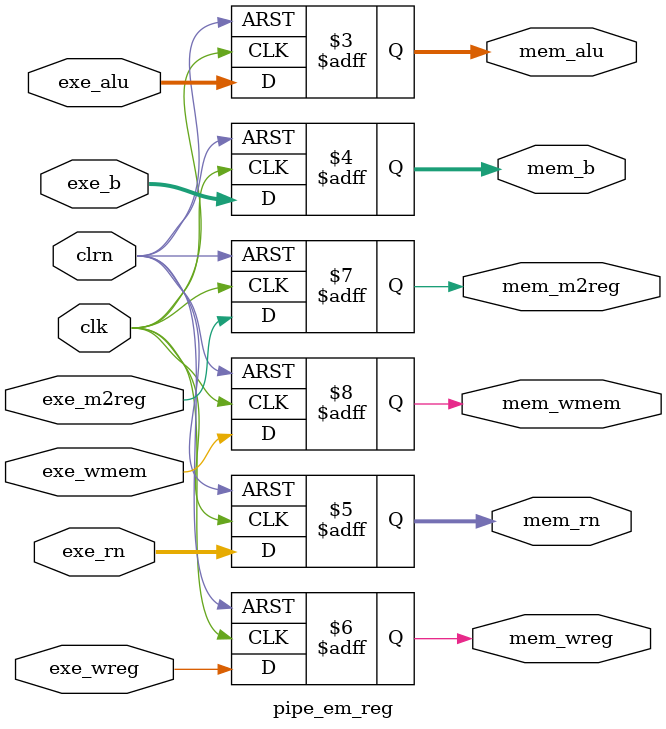
<source format=v>
`timescale 1ns / 1ps


module pipe_em_reg #(parameter WIDTH=32, REGBITS=5)(
    input clk,
    input clrn,
    input [WIDTH-1:0] exe_alu,
    input [WIDTH-1:0] exe_b,
    input [REGBITS-1:0] exe_rn,
    input exe_wreg,
    input exe_m2reg,
    input exe_wmem,
    output reg [WIDTH-1:0] mem_alu,
    output reg [WIDTH-1:0] mem_b,
    output reg [REGBITS-1:0] mem_rn,
    output reg mem_wreg,
    output reg mem_m2reg,
    output reg mem_wmem);

    always @(posedge clk or negedge clrn) begin
        if (!clrn) begin
            mem_alu <= 0;
            mem_b <= 0;
            mem_rn <= 0;
            mem_wreg <= 0;
            mem_m2reg <= 0;
            mem_wmem <= 0;
        end else begin
            mem_alu <= exe_alu;
            mem_b <= exe_b;
            mem_rn <= exe_rn;
            mem_wreg <= exe_wreg;
            mem_m2reg <= exe_m2reg;
            mem_wmem <= exe_wmem;
        end
    end
endmodule
</source>
